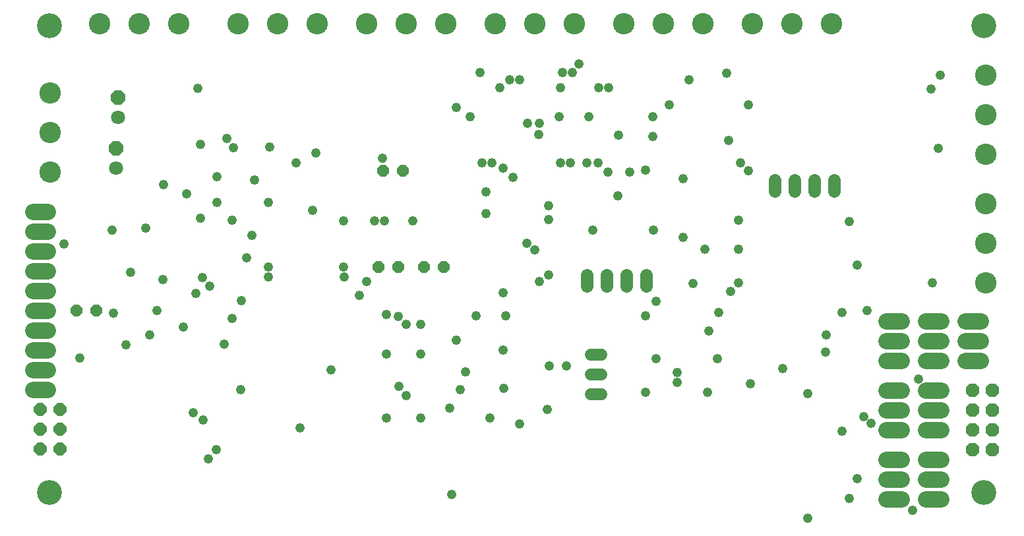
<source format=gbr>
G04 EAGLE Gerber RS-274X export*
G75*
%MOMM*%
%FSLAX34Y34*%
%LPD*%
%INSoldermask Bottom*%
%IPPOS*%
%AMOC8*
5,1,8,0,0,1.08239X$1,22.5*%
G01*
%ADD10C,3.203200*%
%ADD11C,2.133600*%
%ADD12C,2.743200*%
%ADD13C,1.524000*%
%ADD14P,1.951982X8X112.500000*%
%ADD15C,1.803400*%
%ADD16P,1.649562X8X22.500000*%
%ADD17P,1.869504X8X292.500000*%
%ADD18P,1.759533X8X112.500000*%
%ADD19C,1.625600*%
%ADD20C,1.209600*%


D10*
X50000Y350000D03*
X50000Y950000D03*
X1250000Y950000D03*
X1250000Y350000D03*
D11*
X47752Y584200D02*
X28448Y584200D01*
X28448Y609600D02*
X47752Y609600D01*
X47752Y508000D02*
X28448Y508000D01*
X28448Y482600D02*
X47752Y482600D01*
X47752Y685800D02*
X28448Y685800D01*
X28448Y711200D02*
X47752Y711200D01*
X47752Y635000D02*
X28448Y635000D01*
X28448Y660400D02*
X47752Y660400D01*
D12*
X114300Y952500D03*
X165100Y952500D03*
X215900Y952500D03*
D13*
X745236Y476250D02*
X758444Y476250D01*
X758444Y527050D02*
X745236Y527050D01*
X745236Y501650D02*
X758444Y501650D01*
D14*
X135890Y792480D03*
D15*
X135890Y767080D03*
D14*
X138430Y857250D03*
D15*
X138430Y831850D03*
D16*
X85090Y584200D03*
X110490Y584200D03*
D11*
X1124458Y430530D02*
X1143762Y430530D01*
X1143762Y455930D02*
X1124458Y455930D01*
X1124458Y481330D02*
X1143762Y481330D01*
X1175258Y341630D02*
X1194562Y341630D01*
X1194562Y367030D02*
X1175258Y367030D01*
X1175258Y392430D02*
X1194562Y392430D01*
D12*
X50800Y762000D03*
X50800Y812800D03*
X50800Y863600D03*
X787400Y952500D03*
X838200Y952500D03*
X889000Y952500D03*
X622300Y952500D03*
X673100Y952500D03*
X723900Y952500D03*
X457200Y952500D03*
X508000Y952500D03*
X558800Y952500D03*
X292100Y952500D03*
X342900Y952500D03*
X393700Y952500D03*
X1252220Y721360D03*
X1252220Y670560D03*
X1252220Y619760D03*
X1252220Y886460D03*
X1252220Y835660D03*
X1252220Y784860D03*
X952500Y952500D03*
X1003300Y952500D03*
X1054100Y952500D03*
D16*
X472440Y640080D03*
X497840Y640080D03*
X530860Y640080D03*
X556260Y640080D03*
X478790Y763270D03*
X504190Y763270D03*
D11*
X47752Y533400D02*
X28448Y533400D01*
X28448Y558800D02*
X47752Y558800D01*
X1124458Y392430D02*
X1143762Y392430D01*
X1143762Y367030D02*
X1124458Y367030D01*
X1124458Y341630D02*
X1143762Y341630D01*
X1175258Y481330D02*
X1194562Y481330D01*
X1194562Y455930D02*
X1175258Y455930D01*
X1175258Y430530D02*
X1194562Y430530D01*
D17*
X1235710Y481330D03*
X1235710Y455930D03*
X1235710Y430530D03*
X1235710Y405130D03*
X1261110Y481330D03*
X1261110Y455930D03*
X1261110Y430530D03*
X1261110Y405130D03*
D18*
X63500Y406400D03*
X38100Y406400D03*
X63500Y431800D03*
X38100Y431800D03*
X63500Y457200D03*
X38100Y457200D03*
D11*
X1175258Y519430D02*
X1194562Y519430D01*
X1194562Y544830D02*
X1175258Y544830D01*
X1175258Y570230D02*
X1194562Y570230D01*
X1226058Y570230D02*
X1245362Y570230D01*
X1245362Y544830D02*
X1226058Y544830D01*
X1226058Y519430D02*
X1245362Y519430D01*
X1143762Y570230D02*
X1124458Y570230D01*
X1124458Y544830D02*
X1143762Y544830D01*
X1143762Y519430D02*
X1124458Y519430D01*
D19*
X981710Y737108D02*
X981710Y751332D01*
X1007110Y751332D02*
X1007110Y737108D01*
X1032510Y737108D02*
X1032510Y751332D01*
X1057910Y751332D02*
X1057910Y737108D01*
X740410Y629412D02*
X740410Y615188D01*
X765810Y615188D02*
X765810Y629412D01*
X791210Y629412D02*
X791210Y615188D01*
X816610Y615188D02*
X816610Y629412D01*
D20*
X448310Y603250D03*
X296624Y596793D03*
X295910Y482600D03*
X411480Y508000D03*
X706120Y773430D03*
X618490Y773430D03*
X628650Y869950D03*
X755650Y869950D03*
X706120Y869950D03*
X679450Y824024D03*
X664210Y824024D03*
X673100Y661670D03*
X68580Y669496D03*
X662940Y670560D03*
X767080Y762000D03*
X795020Y762000D03*
X742950Y833120D03*
X824436Y833120D03*
X845820Y848360D03*
X947420Y848360D03*
X947420Y763270D03*
X196850Y745490D03*
X477520Y779780D03*
X173990Y689610D03*
X779780Y731520D03*
X303530Y651304D03*
X427990Y640080D03*
X255888Y614985D03*
X254000Y393700D03*
X331470Y627380D03*
X246792Y626110D03*
X247650Y443436D03*
X372110Y433070D03*
X130810Y687070D03*
X392430Y786130D03*
X428072Y627298D03*
X237696Y605790D03*
X234744Y452532D03*
X641350Y880110D03*
X572358Y844550D03*
X645160Y755238D03*
X605124Y773732D03*
X603250Y889206D03*
X708660Y889206D03*
X654050Y880110D03*
X871220Y880110D03*
X815340Y764334D03*
X632254Y766874D03*
X730250Y900430D03*
X754380Y773430D03*
X937260Y773430D03*
X721360Y889206D03*
X922020Y802640D03*
X919480Y889000D03*
X718820Y773430D03*
X1193800Y886460D03*
X1191260Y792480D03*
X768350Y869950D03*
X1182164Y868680D03*
X1183640Y619760D03*
X740410Y773430D03*
X863600Y753110D03*
X309880Y680514D03*
X863600Y678180D03*
X387556Y712470D03*
X690880Y718820D03*
X148590Y539750D03*
X274320Y541020D03*
X332740Y793750D03*
X285937Y792686D03*
X367030Y773430D03*
X243840Y797560D03*
X243840Y702310D03*
X284480Y699770D03*
X284480Y574040D03*
X527050Y445770D03*
X482600Y445770D03*
X482600Y579120D03*
X527050Y528320D03*
X482600Y528320D03*
X924560Y608330D03*
X908050Y521970D03*
X829310Y521970D03*
X829310Y595932D03*
X480060Y698706D03*
X516842Y698754D03*
X222250Y562610D03*
X226060Y734060D03*
X132080Y580390D03*
X597500Y577579D03*
X497840Y576580D03*
X498904Y486616D03*
X584200Y505460D03*
X896620Y557530D03*
X895350Y478790D03*
X815340Y478790D03*
X815642Y577579D03*
X636270Y577579D03*
X610870Y736188D03*
X876300Y618490D03*
X934720Y619760D03*
X891540Y662940D03*
X934720Y662940D03*
X909320Y581660D03*
X1067864Y581660D03*
X1067864Y429054D03*
X991870Y509270D03*
X855980Y504190D03*
X855980Y491490D03*
X1047750Y552450D03*
X949960Y490220D03*
X1023620Y316843D03*
X1023620Y477520D03*
X632460Y533400D03*
X713740Y513080D03*
X689610Y457200D03*
X508000Y474980D03*
X508000Y566420D03*
X527050Y566420D03*
X187960Y584200D03*
X195580Y623570D03*
X457406Y621030D03*
X679450Y621030D03*
X178864Y552244D03*
X590550Y833120D03*
X704850Y833120D03*
X824436Y807720D03*
X154387Y633177D03*
X748030Y687070D03*
X240665Y869315D03*
X825500Y687070D03*
X331470Y640080D03*
X265430Y755856D03*
X313690Y751840D03*
X781050Y808990D03*
X678447Y809993D03*
X278130Y804593D03*
X610870Y708660D03*
X690880Y701040D03*
X690880Y629920D03*
X427273Y699053D03*
X467360Y698706D03*
X1046480Y530860D03*
X1165890Y495602D03*
X934720Y699770D03*
X1076960Y698500D03*
X1076960Y342900D03*
X88900Y523240D03*
X632460Y607060D03*
X1087120Y642620D03*
X1087120Y368300D03*
X563880Y458470D03*
X1158240Y327660D03*
X566420Y347980D03*
X331470Y722630D03*
X264984Y722630D03*
X264160Y405130D03*
X572564Y546100D03*
X692150Y513080D03*
X1095804Y447430D03*
X1099820Y584200D03*
X633730Y483870D03*
X577850Y481940D03*
X615950Y445770D03*
X654050Y438150D03*
X1104900Y439420D03*
M02*

</source>
